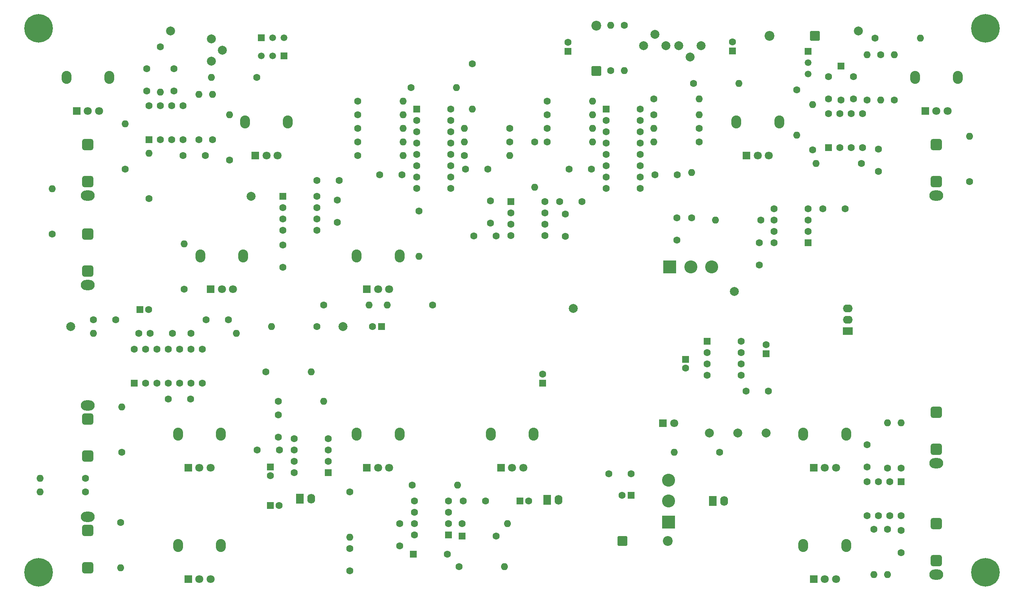
<source format=gbs>
%TF.GenerationSoftware,KiCad,Pcbnew,9.0.3*%
%TF.CreationDate,2025-07-31T22:43:19+01:00*%
%TF.ProjectId,hierophone,68696572-6f70-4686-9f6e-652e6b696361,r02*%
%TF.SameCoordinates,Original*%
%TF.FileFunction,Soldermask,Bot*%
%TF.FilePolarity,Negative*%
%FSLAX46Y46*%
G04 Gerber Fmt 4.6, Leading zero omitted, Abs format (unit mm)*
G04 Created by KiCad (PCBNEW 9.0.3) date 2025-07-31 22:43:19*
%MOMM*%
%LPD*%
G01*
G04 APERTURE LIST*
G04 Aperture macros list*
%AMRoundRect*
0 Rectangle with rounded corners*
0 $1 Rounding radius*
0 $2 $3 $4 $5 $6 $7 $8 $9 X,Y pos of 4 corners*
0 Add a 4 corners polygon primitive as box body*
4,1,4,$2,$3,$4,$5,$6,$7,$8,$9,$2,$3,0*
0 Add four circle primitives for the rounded corners*
1,1,$1+$1,$2,$3*
1,1,$1+$1,$4,$5*
1,1,$1+$1,$6,$7*
1,1,$1+$1,$8,$9*
0 Add four rect primitives between the rounded corners*
20,1,$1+$1,$2,$3,$4,$5,0*
20,1,$1+$1,$4,$5,$6,$7,0*
20,1,$1+$1,$6,$7,$8,$9,0*
20,1,$1+$1,$8,$9,$2,$3,0*%
G04 Aperture macros list end*
%ADD10C,1.600000*%
%ADD11O,1.600000X1.600000*%
%ADD12R,1.600000X1.600000*%
%ADD13O,2.200000X2.900000*%
%ADD14R,1.800000X1.800000*%
%ADD15C,1.800000*%
%ADD16R,2.921000X2.921000*%
%ADD17C,2.921000*%
%ADD18C,2.000000*%
%ADD19O,3.100000X2.300000*%
%ADD20RoundRect,0.650000X-0.650000X-0.650000X0.650000X-0.650000X0.650000X0.650000X-0.650000X0.650000X0*%
%ADD21RoundRect,0.650000X0.650000X0.650000X-0.650000X0.650000X-0.650000X-0.650000X0.650000X-0.650000X0*%
%ADD22RoundRect,0.250000X-0.550000X-0.550000X0.550000X-0.550000X0.550000X0.550000X-0.550000X0.550000X0*%
%ADD23RoundRect,0.250000X0.550000X0.550000X-0.550000X0.550000X-0.550000X-0.550000X0.550000X-0.550000X0*%
%ADD24R,1.500000X1.500000*%
%ADD25C,1.500000*%
%ADD26C,6.400000*%
%ADD27RoundRect,0.250000X-0.550000X0.550000X-0.550000X-0.550000X0.550000X-0.550000X0.550000X0.550000X0*%
%ADD28R,1.740000X2.200000*%
%ADD29O,1.740000X2.200000*%
%ADD30RoundRect,0.250000X0.550000X-0.550000X0.550000X0.550000X-0.550000X0.550000X-0.550000X-0.550000X0*%
%ADD31R,2.200000X1.740000*%
%ADD32O,2.200000X1.740000*%
%ADD33RoundRect,0.249999X-0.850001X-0.850001X0.850001X-0.850001X0.850001X0.850001X-0.850001X0.850001X0*%
%ADD34C,2.200000*%
%ADD35RoundRect,0.249999X0.850001X-0.850001X0.850001X0.850001X-0.850001X0.850001X-0.850001X-0.850001X0*%
%ADD36RoundRect,0.249999X0.850001X0.850001X-0.850001X0.850001X-0.850001X-0.850001X0.850001X-0.850001X0*%
G04 APERTURE END LIST*
D10*
%TO.C,R50*%
X221234000Y-36195000D03*
D11*
X231394000Y-36195000D03*
%TD*%
D12*
%TO.C,C42*%
X152527000Y-39116000D03*
D10*
X152527000Y-37116000D03*
%TD*%
%TO.C,R33*%
X147828000Y-50292000D03*
D11*
X157988000Y-50292000D03*
%TD*%
D10*
%TO.C,R62*%
X68072000Y-102362000D03*
D11*
X78232000Y-102362000D03*
%TD*%
D13*
%TO.C,RV5*%
X190200000Y-55000000D03*
X199800000Y-55000000D03*
D14*
X192500000Y-62500000D03*
D15*
X195000000Y-62500000D03*
X197500000Y-62500000D03*
%TD*%
D16*
%TO.C,SW3*%
X175301000Y-87500000D03*
D17*
X180000000Y-87500000D03*
X184699000Y-87500000D03*
%TD*%
D10*
%TO.C,R27*%
X207264000Y-61214000D03*
D11*
X207264000Y-51054000D03*
%TD*%
D10*
%TO.C,R5*%
X105410000Y-56388000D03*
D11*
X115570000Y-56388000D03*
%TD*%
D10*
%TO.C,C18*%
X171958000Y-66802000D03*
X176958000Y-66802000D03*
%TD*%
D18*
%TO.C,TP8*%
X189738000Y-92964000D03*
%TD*%
D19*
%TO.C,J13*%
X45000000Y-91502500D03*
D20*
X45000000Y-80102500D03*
X45000000Y-88402500D03*
%TD*%
D10*
%TO.C,R18*%
X37000000Y-80100000D03*
D11*
X37000000Y-69940000D03*
%TD*%
D19*
%TO.C,J1*%
X45000000Y-118520000D03*
D21*
X45000000Y-129920000D03*
X45000000Y-121620000D03*
%TD*%
D22*
%TO.C,U3*%
X161046000Y-52060000D03*
D10*
X161046000Y-54600000D03*
X161046000Y-57140000D03*
X161046000Y-59680000D03*
X161046000Y-62220000D03*
X161046000Y-64760000D03*
X161046000Y-67300000D03*
X161046000Y-69840000D03*
X168666000Y-69840000D03*
X168666000Y-67300000D03*
X168666000Y-64760000D03*
X168666000Y-62220000D03*
X168666000Y-59680000D03*
X168666000Y-57140000D03*
X168666000Y-54600000D03*
X168666000Y-52060000D03*
%TD*%
%TO.C,R46*%
X128778000Y-145034000D03*
D11*
X138938000Y-145034000D03*
%TD*%
D19*
%TO.C,J5*%
X235000000Y-71480000D03*
D20*
X235000000Y-60080000D03*
X235000000Y-68380000D03*
%TD*%
D10*
%TO.C,R13*%
X220980000Y-146304000D03*
D11*
X220980000Y-156464000D03*
%TD*%
D10*
%TO.C,R52*%
X82804000Y-44958000D03*
D11*
X72644000Y-44958000D03*
%TD*%
D13*
%TO.C,RV8*%
X105200000Y-125000000D03*
X114800000Y-125000000D03*
D14*
X107500000Y-132500000D03*
D15*
X110000000Y-132500000D03*
X112500000Y-132500000D03*
%TD*%
D10*
%TO.C,R49*%
X180213000Y-76454000D03*
D11*
X180213000Y-66294000D03*
%TD*%
D23*
%TO.C,U10*%
X206248000Y-82032000D03*
D10*
X206248000Y-79492000D03*
X206248000Y-76952000D03*
X206248000Y-74412000D03*
X198628000Y-74412000D03*
X198628000Y-76952000D03*
X198628000Y-79492000D03*
X198628000Y-82032000D03*
%TD*%
%TO.C,R15*%
X147828000Y-59436000D03*
D11*
X157988000Y-59436000D03*
%TD*%
D18*
%TO.C,TP2*%
X196850000Y-124714000D03*
%TD*%
D10*
%TO.C,R24*%
X171704000Y-53340000D03*
D11*
X181864000Y-53340000D03*
%TD*%
D12*
%TO.C,C9*%
X85852000Y-140970000D03*
D10*
X87852000Y-140970000D03*
%TD*%
D18*
%TO.C,TP5*%
X102108000Y-100838000D03*
%TD*%
D24*
%TO.C,Q1*%
X88900000Y-40132000D03*
D25*
X86360000Y-40132000D03*
X83820000Y-40132000D03*
%TD*%
D10*
%TO.C,R1*%
X105410000Y-59436000D03*
D11*
X115570000Y-59436000D03*
%TD*%
D12*
%TO.C,C7*%
X85852000Y-132334000D03*
D10*
X85852000Y-134334000D03*
%TD*%
%TO.C,R37*%
X69850000Y-58928000D03*
D11*
X69850000Y-48768000D03*
%TD*%
D10*
%TO.C,R42*%
X219456000Y-50038000D03*
D11*
X219456000Y-39878000D03*
%TD*%
D10*
%TO.C,C22*%
X221996000Y-66040000D03*
X221996000Y-61040000D03*
%TD*%
%TO.C,R4*%
X105410000Y-53340000D03*
D11*
X115570000Y-53340000D03*
%TD*%
D10*
%TO.C,R55*%
X103632000Y-137922000D03*
D11*
X103632000Y-148082000D03*
%TD*%
D10*
%TO.C,R30*%
X76708000Y-63500000D03*
D11*
X76708000Y-53340000D03*
%TD*%
D10*
%TO.C,C31*%
X87884000Y-128524000D03*
X82884000Y-128524000D03*
%TD*%
%TO.C,C41*%
X103632000Y-155622000D03*
X103632000Y-150622000D03*
%TD*%
D26*
%TO.C,H4*%
X246000000Y-156000000D03*
%TD*%
D13*
%TO.C,RV10*%
X205200000Y-125000000D03*
X214800000Y-125000000D03*
D14*
X207500000Y-132500000D03*
D15*
X210000000Y-132500000D03*
X212500000Y-132500000D03*
%TD*%
D10*
%TO.C,C27*%
X214550000Y-74422000D03*
X209550000Y-74422000D03*
%TD*%
%TO.C,C36*%
X58928000Y-102362000D03*
X63928000Y-102362000D03*
%TD*%
%TO.C,R59*%
X52324000Y-144780000D03*
D11*
X52324000Y-154940000D03*
%TD*%
D23*
%TO.C,U6*%
X98806000Y-133604000D03*
D10*
X98806000Y-131064000D03*
X98806000Y-128524000D03*
X98806000Y-125984000D03*
X91186000Y-125984000D03*
X91186000Y-128524000D03*
X91186000Y-131064000D03*
X91186000Y-133604000D03*
%TD*%
%TO.C,R38*%
X242443000Y-68326000D03*
D11*
X242443000Y-58166000D03*
%TD*%
D10*
%TO.C,R51*%
X66548000Y-92456000D03*
D11*
X66548000Y-82296000D03*
%TD*%
D10*
%TO.C,R32*%
X131064000Y-41910000D03*
D11*
X131064000Y-52070000D03*
%TD*%
D10*
%TO.C,R61*%
X96266000Y-100838000D03*
D11*
X86106000Y-100838000D03*
%TD*%
D13*
%TO.C,RV4*%
X80200000Y-55000000D03*
X89800000Y-55000000D03*
D14*
X82500000Y-62500000D03*
D15*
X85000000Y-62500000D03*
X87500000Y-62500000D03*
%TD*%
D10*
%TO.C,C24*%
X134032000Y-139954000D03*
X129032000Y-139954000D03*
%TD*%
D22*
%TO.C,U13*%
X139710000Y-72868000D03*
D10*
X139710000Y-75408000D03*
X139710000Y-77948000D03*
X139710000Y-80488000D03*
X147330000Y-80488000D03*
X147330000Y-77948000D03*
X147330000Y-75408000D03*
X147330000Y-72868000D03*
%TD*%
%TO.C,C23*%
X114808000Y-145034000D03*
X114808000Y-150034000D03*
%TD*%
D12*
%TO.C,C11*%
X146812000Y-113538000D03*
D10*
X146812000Y-111538000D03*
%TD*%
%TO.C,C26*%
X195326000Y-82042000D03*
X195326000Y-87042000D03*
%TD*%
D12*
%TO.C,C33*%
X56642000Y-97028000D03*
D10*
X58642000Y-97028000D03*
%TD*%
%TO.C,R43*%
X87630000Y-117602000D03*
D11*
X97790000Y-117602000D03*
%TD*%
D16*
%TO.C,SW1*%
X175000000Y-144699000D03*
D17*
X175000000Y-140000000D03*
X175000000Y-135301000D03*
%TD*%
D27*
%TO.C,D5*%
X213614000Y-42418000D03*
D10*
X213614000Y-50038000D03*
%TD*%
%TO.C,R35*%
X72898000Y-58928000D03*
D11*
X72898000Y-48768000D03*
%TD*%
D10*
%TO.C,R21*%
X119126000Y-74930000D03*
D11*
X119126000Y-85090000D03*
%TD*%
D12*
%TO.C,C28*%
X178816000Y-108204000D03*
D10*
X178816000Y-110204000D03*
%TD*%
D19*
%TO.C,J4*%
X45000000Y-71480000D03*
D20*
X45000000Y-60080000D03*
X45000000Y-68380000D03*
%TD*%
D13*
%TO.C,RV1*%
X65200000Y-125000000D03*
X74800000Y-125000000D03*
D14*
X67500000Y-132500000D03*
D15*
X70000000Y-132500000D03*
X72500000Y-132500000D03*
%TD*%
D28*
%TO.C,J10*%
X147828000Y-139700000D03*
D29*
X150368000Y-139700000D03*
%TD*%
D10*
%TO.C,R44*%
X171704000Y-49784000D03*
D11*
X181864000Y-49784000D03*
%TD*%
D10*
%TO.C,R29*%
X61214000Y-38100000D03*
D11*
X61214000Y-48260000D03*
%TD*%
D10*
%TO.C,R48*%
X186436000Y-129032000D03*
D11*
X176276000Y-129032000D03*
%TD*%
D10*
%TO.C,R58*%
X222504000Y-39878000D03*
D11*
X222504000Y-50038000D03*
%TD*%
D26*
%TO.C,H2*%
X246000000Y-34000000D03*
%TD*%
D10*
%TO.C,R26*%
X162052000Y-43434000D03*
D11*
X162052000Y-33274000D03*
%TD*%
D13*
%TO.C,RV3*%
X105200000Y-85000000D03*
X114800000Y-85000000D03*
D14*
X107500000Y-92500000D03*
D15*
X110000000Y-92500000D03*
X112500000Y-92500000D03*
%TD*%
D10*
%TO.C,R19*%
X97790000Y-96012000D03*
D11*
X107950000Y-96012000D03*
%TD*%
D13*
%TO.C,RV6*%
X40200000Y-45000000D03*
X49800000Y-45000000D03*
D14*
X42500000Y-52500000D03*
D15*
X45000000Y-52500000D03*
X47500000Y-52500000D03*
%TD*%
D10*
%TO.C,C21*%
X210820000Y-49784000D03*
X210820000Y-44784000D03*
%TD*%
D30*
%TO.C,U4*%
X58684000Y-58918000D03*
D10*
X61224000Y-58918000D03*
X63764000Y-58918000D03*
X66304000Y-58918000D03*
X66304000Y-51298000D03*
X63764000Y-51298000D03*
X61224000Y-51298000D03*
X58684000Y-51298000D03*
%TD*%
%TO.C,R45*%
X117602000Y-136398000D03*
D11*
X127762000Y-136398000D03*
%TD*%
D13*
%TO.C,RV12*%
X135200000Y-125000000D03*
X144800000Y-125000000D03*
D14*
X137500000Y-132500000D03*
D15*
X140000000Y-132500000D03*
X142500000Y-132500000D03*
%TD*%
D10*
%TO.C,C1*%
X100838000Y-72470000D03*
X100838000Y-77470000D03*
%TD*%
D18*
%TO.C,TP6*%
X63500000Y-34544000D03*
%TD*%
D10*
%TO.C,R20*%
X122174000Y-96012000D03*
D11*
X112014000Y-96012000D03*
%TD*%
D22*
%TO.C,D2*%
X128778000Y-147828000D03*
D10*
X136398000Y-147828000D03*
%TD*%
%TO.C,C12*%
X58166000Y-48006000D03*
X58166000Y-43006000D03*
%TD*%
%TO.C,R14*%
X147828000Y-53340000D03*
D11*
X157988000Y-53340000D03*
%TD*%
D10*
%TO.C,R12*%
X129286000Y-62484000D03*
D11*
X139446000Y-62484000D03*
%TD*%
D28*
%TO.C,J9*%
X92456000Y-139446000D03*
D29*
X94996000Y-139446000D03*
%TD*%
D30*
%TO.C,U1*%
X55372000Y-113538000D03*
D10*
X57912000Y-113538000D03*
X60452000Y-113538000D03*
X62992000Y-113538000D03*
X65532000Y-113538000D03*
X68072000Y-113538000D03*
X70612000Y-113538000D03*
X70612000Y-105918000D03*
X68072000Y-105918000D03*
X65532000Y-105918000D03*
X62992000Y-105918000D03*
X60452000Y-105918000D03*
X57912000Y-105918000D03*
X55372000Y-105918000D03*
%TD*%
%TO.C,C30*%
X197358000Y-115316000D03*
X192358000Y-115316000D03*
%TD*%
%TO.C,R23*%
X181864000Y-59436000D03*
D11*
X171704000Y-59436000D03*
%TD*%
D10*
%TO.C,R9*%
X117348000Y-47244000D03*
D11*
X127508000Y-47244000D03*
%TD*%
D10*
%TO.C,R3*%
X105410000Y-62484000D03*
D11*
X115570000Y-62484000D03*
%TD*%
D12*
%TO.C,C4*%
X110744000Y-100838000D03*
D10*
X108744000Y-100838000D03*
%TD*%
%TO.C,R40*%
X203708000Y-47752000D03*
D11*
X203708000Y-57912000D03*
%TD*%
D30*
%TO.C,U5*%
X210820000Y-60706000D03*
D10*
X213360000Y-60706000D03*
X215900000Y-60706000D03*
X218440000Y-60706000D03*
X218440000Y-53086000D03*
X215900000Y-53086000D03*
X213360000Y-53086000D03*
X210820000Y-53086000D03*
%TD*%
D13*
%TO.C,RV9*%
X70200000Y-85000000D03*
X79800000Y-85000000D03*
D14*
X72500000Y-92500000D03*
D15*
X75000000Y-92500000D03*
X77500000Y-92500000D03*
%TD*%
D10*
%TO.C,R54*%
X224028000Y-146304000D03*
D11*
X224028000Y-156464000D03*
%TD*%
D24*
%TO.C,Q2*%
X83820000Y-36068000D03*
D25*
X86360000Y-36068000D03*
X88900000Y-36068000D03*
%TD*%
D10*
%TO.C,R34*%
X53340000Y-65532000D03*
D11*
X53340000Y-55372000D03*
%TD*%
D10*
%TO.C,R8*%
X44450000Y-137922000D03*
D11*
X34290000Y-137922000D03*
%TD*%
D10*
%TO.C,R60*%
X52578000Y-129032000D03*
D11*
X52578000Y-118872000D03*
%TD*%
D31*
%TO.C,J3*%
X215138000Y-101854000D03*
D32*
X215138000Y-99314000D03*
X215138000Y-96774000D03*
%TD*%
D10*
%TO.C,R16*%
X147828000Y-56388000D03*
D11*
X157988000Y-56388000D03*
%TD*%
D13*
%TO.C,RV2*%
X65200000Y-150000000D03*
X74800000Y-150000000D03*
D14*
X67500000Y-157500000D03*
D15*
X70000000Y-157500000D03*
X72500000Y-157500000D03*
%TD*%
D10*
%TO.C,R47*%
X128143000Y-154686000D03*
D11*
X138303000Y-154686000D03*
%TD*%
D23*
%TO.C,U7*%
X125720000Y-147564000D03*
D10*
X125720000Y-145024000D03*
X125720000Y-142484000D03*
X125720000Y-139944000D03*
X118100000Y-139944000D03*
X118100000Y-142484000D03*
X118100000Y-145024000D03*
X118100000Y-147564000D03*
%TD*%
D19*
%TO.C,J7*%
X235000000Y-156480000D03*
D20*
X235000000Y-145080000D03*
X235000000Y-153380000D03*
%TD*%
D18*
%TO.C,RV14*%
X169458000Y-37826000D03*
X171958000Y-35326000D03*
X174458000Y-37826000D03*
%TD*%
D10*
%TO.C,C37*%
X227076000Y-146558000D03*
X227076000Y-151558000D03*
%TD*%
%TO.C,R22*%
X181864000Y-56388000D03*
D11*
X171704000Y-56388000D03*
%TD*%
D10*
%TO.C,C25*%
X166624000Y-133858000D03*
X161624000Y-133858000D03*
%TD*%
%TO.C,C19*%
X152734000Y-65532000D03*
X157734000Y-65532000D03*
%TD*%
D26*
%TO.C,H1*%
X34000000Y-34000000D03*
%TD*%
D18*
%TO.C,RV13*%
X72644000Y-36362000D03*
X75144000Y-38862000D03*
X72644000Y-41362000D03*
%TD*%
%TO.C,TP7*%
X153670000Y-96774000D03*
%TD*%
D10*
%TO.C,R17*%
X145034000Y-59436000D03*
D11*
X145034000Y-69596000D03*
%TD*%
D18*
%TO.C,TP9*%
X217551000Y-34544000D03*
%TD*%
D26*
%TO.C,H3*%
X34000000Y-156000000D03*
%TD*%
D10*
%TO.C,C40*%
X88646000Y-87550000D03*
X88646000Y-82550000D03*
%TD*%
%TO.C,C6*%
X216408000Y-49784000D03*
X216408000Y-44784000D03*
%TD*%
%TO.C,R7*%
X44450000Y-134874000D03*
D11*
X34290000Y-134874000D03*
%TD*%
D12*
%TO.C,C10*%
X141732000Y-139954000D03*
D10*
X143732000Y-139954000D03*
%TD*%
D18*
%TO.C,TP4*%
X41148000Y-100838000D03*
%TD*%
D10*
%TO.C,C32*%
X62992000Y-117094000D03*
X67992000Y-117094000D03*
%TD*%
D18*
%TO.C,TP10*%
X81534000Y-71628000D03*
%TD*%
D22*
%TO.C,U2*%
X118628000Y-52060000D03*
D10*
X118628000Y-54600000D03*
X118628000Y-57140000D03*
X118628000Y-59680000D03*
X118628000Y-62220000D03*
X118628000Y-64760000D03*
X118628000Y-67300000D03*
X118628000Y-69840000D03*
X126248000Y-69840000D03*
X126248000Y-67300000D03*
X126248000Y-64760000D03*
X126248000Y-62220000D03*
X126248000Y-59680000D03*
X126248000Y-57140000D03*
X126248000Y-54600000D03*
X126248000Y-52060000D03*
%TD*%
D18*
%TO.C,TP3*%
X190500000Y-124714000D03*
%TD*%
D10*
%TO.C,R2*%
X224028000Y-132588000D03*
D11*
X224028000Y-122428000D03*
%TD*%
D33*
%TO.C,D3*%
X164719000Y-148971000D03*
D34*
X174879000Y-148971000D03*
%TD*%
D12*
%TO.C,C29*%
X196850000Y-106934000D03*
D10*
X196850000Y-104934000D03*
%TD*%
%TO.C,C2*%
X135128000Y-72684000D03*
X135128000Y-77684000D03*
%TD*%
%TO.C,C5*%
X64262000Y-48006000D03*
X64262000Y-43006000D03*
%TD*%
%TO.C,R28*%
X84836000Y-110998000D03*
D11*
X94996000Y-110998000D03*
%TD*%
D12*
%TO.C,C20*%
X166624000Y-138684000D03*
D10*
X164624000Y-138684000D03*
%TD*%
D22*
%TO.C,U9*%
X183642000Y-104150000D03*
D10*
X183642000Y-106690000D03*
X183642000Y-109230000D03*
X183642000Y-111770000D03*
X191262000Y-111770000D03*
X191262000Y-109230000D03*
X191262000Y-106690000D03*
X191262000Y-104150000D03*
%TD*%
%TO.C,C17*%
X110316000Y-66802000D03*
X115316000Y-66802000D03*
%TD*%
%TO.C,R36*%
X58674000Y-72136000D03*
D11*
X58674000Y-61976000D03*
%TD*%
D19*
%TO.C,J2*%
X45000000Y-143520000D03*
D21*
X45000000Y-154920000D03*
X45000000Y-146620000D03*
%TD*%
D19*
%TO.C,J6*%
X235000000Y-131480000D03*
D20*
X235000000Y-120080000D03*
X235000000Y-128380000D03*
%TD*%
D10*
%TO.C,R6*%
X56388000Y-102362000D03*
D11*
X46228000Y-102362000D03*
%TD*%
D10*
%TO.C,R25*%
X195707000Y-76962000D03*
D11*
X185547000Y-76962000D03*
%TD*%
D10*
%TO.C,C39*%
X96266000Y-68072000D03*
X101266000Y-68072000D03*
%TD*%
%TO.C,C15*%
X131398000Y-80518000D03*
X136398000Y-80518000D03*
%TD*%
%TO.C,C34*%
X176911000Y-76454000D03*
X176911000Y-81454000D03*
%TD*%
%TO.C,C38*%
X219456000Y-127334000D03*
X219456000Y-132334000D03*
%TD*%
%TO.C,C44*%
X76454000Y-99314000D03*
X71454000Y-99314000D03*
%TD*%
D24*
%TO.C,Q3*%
X206248000Y-39106000D03*
D25*
X206248000Y-41646000D03*
X206248000Y-44186000D03*
%TD*%
D10*
%TO.C,R39*%
X218186000Y-64262000D03*
D11*
X208026000Y-64262000D03*
%TD*%
D12*
%TO.C,C43*%
X189357000Y-39055113D03*
D10*
X189357000Y-37055113D03*
%TD*%
%TO.C,C35*%
X46228000Y-99314000D03*
X51228000Y-99314000D03*
%TD*%
D13*
%TO.C,RV7*%
X230200000Y-45000000D03*
X239800000Y-45000000D03*
D14*
X232500000Y-52500000D03*
D15*
X235000000Y-52500000D03*
X237500000Y-52500000D03*
%TD*%
D10*
%TO.C,R56*%
X165100000Y-33274000D03*
D11*
X165100000Y-43434000D03*
%TD*%
D27*
%TO.C,U8*%
X227066000Y-135646000D03*
D10*
X224526000Y-135646000D03*
X221986000Y-135646000D03*
X219446000Y-135646000D03*
X219446000Y-143266000D03*
X221986000Y-143266000D03*
X224526000Y-143266000D03*
X227066000Y-143266000D03*
%TD*%
D18*
%TO.C,TP1*%
X184150000Y-124714000D03*
%TD*%
D10*
%TO.C,C3*%
X151892000Y-75652000D03*
X151892000Y-80652000D03*
%TD*%
D35*
%TO.C,D6*%
X158877000Y-43561000D03*
D34*
X158877000Y-33401000D03*
%TD*%
D10*
%TO.C,R57*%
X180594000Y-46355000D03*
D11*
X190754000Y-46355000D03*
%TD*%
D10*
%TO.C,C14*%
X150622000Y-72858000D03*
X155622000Y-72858000D03*
%TD*%
%TO.C,R11*%
X139446000Y-56388000D03*
D11*
X129286000Y-56388000D03*
%TD*%
D10*
%TO.C,R31*%
X105410000Y-50292000D03*
D11*
X115570000Y-50292000D03*
%TD*%
D10*
%TO.C,R41*%
X225552000Y-50038000D03*
D11*
X225552000Y-39878000D03*
%TD*%
D10*
%TO.C,C13*%
X71294000Y-62484000D03*
X66294000Y-62484000D03*
%TD*%
D36*
%TO.C,D7*%
X207772000Y-35687000D03*
D34*
X197612000Y-35687000D03*
%TD*%
D13*
%TO.C,RV11*%
X205200000Y-150000000D03*
X214800000Y-150000000D03*
D14*
X207500000Y-157500000D03*
D15*
X210000000Y-157500000D03*
X212500000Y-157500000D03*
%TD*%
D22*
%TO.C,U12*%
X88646000Y-71628000D03*
D10*
X88646000Y-74168000D03*
X88646000Y-76708000D03*
X88646000Y-79248000D03*
X96266000Y-79248000D03*
X96266000Y-76708000D03*
X96266000Y-74168000D03*
X96266000Y-71628000D03*
%TD*%
%TO.C,R10*%
X139446000Y-59436000D03*
D11*
X129286000Y-59436000D03*
%TD*%
D10*
%TO.C,C16*%
X129540000Y-65532000D03*
X134540000Y-65532000D03*
%TD*%
D28*
%TO.C,J8*%
X184912000Y-139954000D03*
D29*
X187452000Y-139954000D03*
%TD*%
D14*
%TO.C,D4*%
X173725000Y-122500000D03*
D15*
X176265000Y-122500000D03*
%TD*%
D10*
%TO.C,C8*%
X87630000Y-125650000D03*
X87630000Y-120650000D03*
%TD*%
D22*
%TO.C,D1*%
X117856000Y-151892000D03*
D10*
X125476000Y-151892000D03*
%TD*%
%TO.C,R53*%
X227076000Y-132588000D03*
D11*
X227076000Y-122428000D03*
%TD*%
D18*
%TO.C,RV15*%
X182332000Y-37866000D03*
X179832000Y-40366000D03*
X177332000Y-37866000D03*
%TD*%
M02*

</source>
